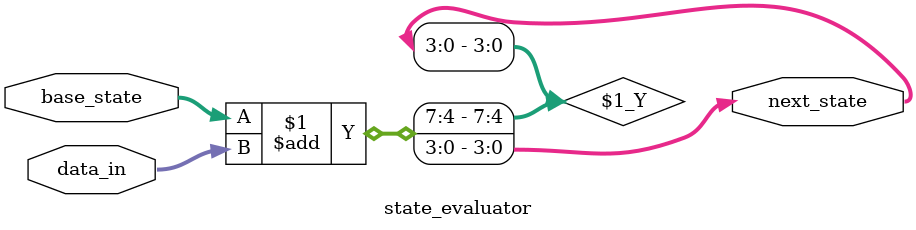
<source format=v>
`timescale 1ns / 1ps


module state_evaluator(
    input [7:0] base_state,
    input [7:0] data_in,
    output [R-1:0] next_state
    );
    
    parameter R = 4;
    
    assign next_state = base_state + data_in;
    
endmodule

</source>
